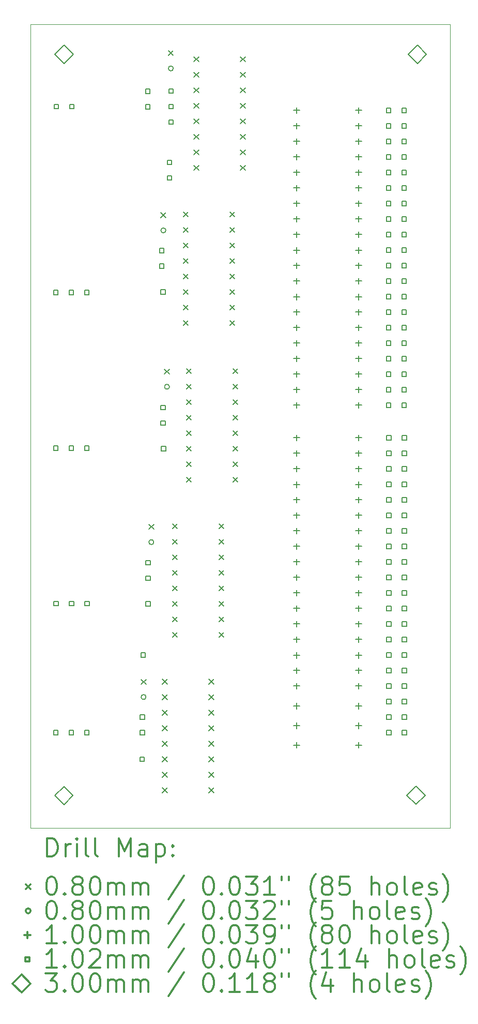
<source format=gbr>
%FSLAX45Y45*%
G04 Gerber Fmt 4.5, Leading zero omitted, Abs format (unit mm)*
G04 Created by KiCad (PCBNEW 0.201511171411+6319~30~ubuntu15.04.1-product) date Wed 18 Nov 2015 02:30:12 PM CET*
%MOMM*%
G01*
G04 APERTURE LIST*
%ADD10C,0.127000*%
%ADD11C,0.025400*%
%ADD12C,0.200000*%
%ADD13C,0.300000*%
G04 APERTURE END LIST*
D10*
D11*
X17462500Y-15735300D02*
X17122140Y-15735300D01*
X17462500Y-2578100D02*
X17462500Y-15735300D01*
X17124680Y-2578100D02*
X17462500Y-2578100D01*
X10594340Y-2578100D02*
X10633710Y-2578100D01*
X10594340Y-15735300D02*
X10594340Y-2578100D01*
X17122140Y-15735300D02*
X10594340Y-15735300D01*
X10632440Y-2578100D02*
X17122140Y-2578100D01*
D12*
X12403460Y-13302620D02*
X12483460Y-13382620D01*
X12483460Y-13302620D02*
X12403460Y-13382620D01*
X12530460Y-10765160D02*
X12610460Y-10845160D01*
X12610460Y-10765160D02*
X12530460Y-10845160D01*
X12728580Y-5662300D02*
X12808580Y-5742300D01*
X12808580Y-5662300D02*
X12728580Y-5742300D01*
X12751440Y-13300080D02*
X12831440Y-13380080D01*
X12831440Y-13300080D02*
X12751440Y-13380080D01*
X12751440Y-13554080D02*
X12831440Y-13634080D01*
X12831440Y-13554080D02*
X12751440Y-13634080D01*
X12751440Y-13808080D02*
X12831440Y-13888080D01*
X12831440Y-13808080D02*
X12751440Y-13888080D01*
X12751440Y-14062080D02*
X12831440Y-14142080D01*
X12831440Y-14062080D02*
X12751440Y-14142080D01*
X12751440Y-14316080D02*
X12831440Y-14396080D01*
X12831440Y-14316080D02*
X12751440Y-14396080D01*
X12751440Y-14570080D02*
X12831440Y-14650080D01*
X12831440Y-14570080D02*
X12751440Y-14650080D01*
X12751440Y-14824080D02*
X12831440Y-14904080D01*
X12831440Y-14824080D02*
X12751440Y-14904080D01*
X12751440Y-15078080D02*
X12831440Y-15158080D01*
X12831440Y-15078080D02*
X12751440Y-15158080D01*
X12787000Y-8222620D02*
X12867000Y-8302620D01*
X12867000Y-8222620D02*
X12787000Y-8302620D01*
X12850500Y-3010540D02*
X12930500Y-3090540D01*
X12930500Y-3010540D02*
X12850500Y-3090540D01*
X12919080Y-10755000D02*
X12999080Y-10835000D01*
X12999080Y-10755000D02*
X12919080Y-10835000D01*
X12919080Y-11009000D02*
X12999080Y-11089000D01*
X12999080Y-11009000D02*
X12919080Y-11089000D01*
X12919080Y-11263000D02*
X12999080Y-11343000D01*
X12999080Y-11263000D02*
X12919080Y-11343000D01*
X12919080Y-11517000D02*
X12999080Y-11597000D01*
X12999080Y-11517000D02*
X12919080Y-11597000D01*
X12919080Y-11771000D02*
X12999080Y-11851000D01*
X12999080Y-11771000D02*
X12919080Y-11851000D01*
X12919080Y-12025000D02*
X12999080Y-12105000D01*
X12999080Y-12025000D02*
X12919080Y-12105000D01*
X12919080Y-12279000D02*
X12999080Y-12359000D01*
X12999080Y-12279000D02*
X12919080Y-12359000D01*
X12919080Y-12533000D02*
X12999080Y-12613000D01*
X12999080Y-12533000D02*
X12919080Y-12613000D01*
X13096880Y-5652140D02*
X13176880Y-5732140D01*
X13176880Y-5652140D02*
X13096880Y-5732140D01*
X13096880Y-5906140D02*
X13176880Y-5986140D01*
X13176880Y-5906140D02*
X13096880Y-5986140D01*
X13096880Y-6160140D02*
X13176880Y-6240140D01*
X13176880Y-6160140D02*
X13096880Y-6240140D01*
X13096880Y-6414140D02*
X13176880Y-6494140D01*
X13176880Y-6414140D02*
X13096880Y-6494140D01*
X13096880Y-6668140D02*
X13176880Y-6748140D01*
X13176880Y-6668140D02*
X13096880Y-6748140D01*
X13096880Y-6922140D02*
X13176880Y-7002140D01*
X13176880Y-6922140D02*
X13096880Y-7002140D01*
X13096880Y-7176140D02*
X13176880Y-7256140D01*
X13176880Y-7176140D02*
X13096880Y-7256140D01*
X13096880Y-7430140D02*
X13176880Y-7510140D01*
X13176880Y-7430140D02*
X13096880Y-7510140D01*
X13147680Y-8217540D02*
X13227680Y-8297540D01*
X13227680Y-8217540D02*
X13147680Y-8297540D01*
X13147680Y-8471540D02*
X13227680Y-8551540D01*
X13227680Y-8471540D02*
X13147680Y-8551540D01*
X13147680Y-8725540D02*
X13227680Y-8805540D01*
X13227680Y-8725540D02*
X13147680Y-8805540D01*
X13147680Y-8979540D02*
X13227680Y-9059540D01*
X13227680Y-8979540D02*
X13147680Y-9059540D01*
X13147680Y-9233540D02*
X13227680Y-9313540D01*
X13227680Y-9233540D02*
X13147680Y-9313540D01*
X13147680Y-9487540D02*
X13227680Y-9567540D01*
X13227680Y-9487540D02*
X13147680Y-9567540D01*
X13147680Y-9741540D02*
X13227680Y-9821540D01*
X13227680Y-9741540D02*
X13147680Y-9821540D01*
X13147680Y-9995540D02*
X13227680Y-10075540D01*
X13227680Y-9995540D02*
X13147680Y-10075540D01*
X13269600Y-3112140D02*
X13349600Y-3192140D01*
X13349600Y-3112140D02*
X13269600Y-3192140D01*
X13269600Y-3366140D02*
X13349600Y-3446140D01*
X13349600Y-3366140D02*
X13269600Y-3446140D01*
X13269600Y-3620140D02*
X13349600Y-3700140D01*
X13349600Y-3620140D02*
X13269600Y-3700140D01*
X13269600Y-3874140D02*
X13349600Y-3954140D01*
X13349600Y-3874140D02*
X13269600Y-3954140D01*
X13269600Y-4128140D02*
X13349600Y-4208140D01*
X13349600Y-4128140D02*
X13269600Y-4208140D01*
X13269600Y-4382140D02*
X13349600Y-4462140D01*
X13349600Y-4382140D02*
X13269600Y-4462140D01*
X13269600Y-4636140D02*
X13349600Y-4716140D01*
X13349600Y-4636140D02*
X13269600Y-4716140D01*
X13269600Y-4890140D02*
X13349600Y-4970140D01*
X13349600Y-4890140D02*
X13269600Y-4970140D01*
X13513440Y-13300080D02*
X13593440Y-13380080D01*
X13593440Y-13300080D02*
X13513440Y-13380080D01*
X13513440Y-13554080D02*
X13593440Y-13634080D01*
X13593440Y-13554080D02*
X13513440Y-13634080D01*
X13513440Y-13808080D02*
X13593440Y-13888080D01*
X13593440Y-13808080D02*
X13513440Y-13888080D01*
X13513440Y-14062080D02*
X13593440Y-14142080D01*
X13593440Y-14062080D02*
X13513440Y-14142080D01*
X13513440Y-14316080D02*
X13593440Y-14396080D01*
X13593440Y-14316080D02*
X13513440Y-14396080D01*
X13513440Y-14570080D02*
X13593440Y-14650080D01*
X13593440Y-14570080D02*
X13513440Y-14650080D01*
X13513440Y-14824080D02*
X13593440Y-14904080D01*
X13593440Y-14824080D02*
X13513440Y-14904080D01*
X13513440Y-15078080D02*
X13593440Y-15158080D01*
X13593440Y-15078080D02*
X13513440Y-15158080D01*
X13681080Y-10755000D02*
X13761080Y-10835000D01*
X13761080Y-10755000D02*
X13681080Y-10835000D01*
X13681080Y-11009000D02*
X13761080Y-11089000D01*
X13761080Y-11009000D02*
X13681080Y-11089000D01*
X13681080Y-11263000D02*
X13761080Y-11343000D01*
X13761080Y-11263000D02*
X13681080Y-11343000D01*
X13681080Y-11517000D02*
X13761080Y-11597000D01*
X13761080Y-11517000D02*
X13681080Y-11597000D01*
X13681080Y-11771000D02*
X13761080Y-11851000D01*
X13761080Y-11771000D02*
X13681080Y-11851000D01*
X13681080Y-12025000D02*
X13761080Y-12105000D01*
X13761080Y-12025000D02*
X13681080Y-12105000D01*
X13681080Y-12279000D02*
X13761080Y-12359000D01*
X13761080Y-12279000D02*
X13681080Y-12359000D01*
X13681080Y-12533000D02*
X13761080Y-12613000D01*
X13761080Y-12533000D02*
X13681080Y-12613000D01*
X13858880Y-5652140D02*
X13938880Y-5732140D01*
X13938880Y-5652140D02*
X13858880Y-5732140D01*
X13858880Y-5906140D02*
X13938880Y-5986140D01*
X13938880Y-5906140D02*
X13858880Y-5986140D01*
X13858880Y-6160140D02*
X13938880Y-6240140D01*
X13938880Y-6160140D02*
X13858880Y-6240140D01*
X13858880Y-6414140D02*
X13938880Y-6494140D01*
X13938880Y-6414140D02*
X13858880Y-6494140D01*
X13858880Y-6668140D02*
X13938880Y-6748140D01*
X13938880Y-6668140D02*
X13858880Y-6748140D01*
X13858880Y-6922140D02*
X13938880Y-7002140D01*
X13938880Y-6922140D02*
X13858880Y-7002140D01*
X13858880Y-7176140D02*
X13938880Y-7256140D01*
X13938880Y-7176140D02*
X13858880Y-7256140D01*
X13858880Y-7430140D02*
X13938880Y-7510140D01*
X13938880Y-7430140D02*
X13858880Y-7510140D01*
X13909680Y-8217540D02*
X13989680Y-8297540D01*
X13989680Y-8217540D02*
X13909680Y-8297540D01*
X13909680Y-8471540D02*
X13989680Y-8551540D01*
X13989680Y-8471540D02*
X13909680Y-8551540D01*
X13909680Y-8725540D02*
X13989680Y-8805540D01*
X13989680Y-8725540D02*
X13909680Y-8805540D01*
X13909680Y-8979540D02*
X13989680Y-9059540D01*
X13989680Y-8979540D02*
X13909680Y-9059540D01*
X13909680Y-9233540D02*
X13989680Y-9313540D01*
X13989680Y-9233540D02*
X13909680Y-9313540D01*
X13909680Y-9487540D02*
X13989680Y-9567540D01*
X13989680Y-9487540D02*
X13909680Y-9567540D01*
X13909680Y-9741540D02*
X13989680Y-9821540D01*
X13989680Y-9741540D02*
X13909680Y-9821540D01*
X13909680Y-9995540D02*
X13989680Y-10075540D01*
X13989680Y-9995540D02*
X13909680Y-10075540D01*
X14031600Y-3112140D02*
X14111600Y-3192140D01*
X14111600Y-3112140D02*
X14031600Y-3192140D01*
X14031600Y-3366140D02*
X14111600Y-3446140D01*
X14111600Y-3366140D02*
X14031600Y-3446140D01*
X14031600Y-3620140D02*
X14111600Y-3700140D01*
X14111600Y-3620140D02*
X14031600Y-3700140D01*
X14031600Y-3874140D02*
X14111600Y-3954140D01*
X14111600Y-3874140D02*
X14031600Y-3954140D01*
X14031600Y-4128140D02*
X14111600Y-4208140D01*
X14111600Y-4128140D02*
X14031600Y-4208140D01*
X14031600Y-4382140D02*
X14111600Y-4462140D01*
X14111600Y-4382140D02*
X14031600Y-4462140D01*
X14031600Y-4636140D02*
X14111600Y-4716140D01*
X14111600Y-4636140D02*
X14031600Y-4716140D01*
X14031600Y-4890140D02*
X14111600Y-4970140D01*
X14111600Y-4890140D02*
X14031600Y-4970140D01*
X12483465Y-13592620D02*
G75*
G03X12483465Y-13592620I-40005J0D01*
G01*
X12610465Y-11055160D02*
G75*
G03X12610465Y-11055160I-40005J0D01*
G01*
X12808585Y-5952300D02*
G75*
G03X12808585Y-5952300I-40005J0D01*
G01*
X12867005Y-8512620D02*
G75*
G03X12867005Y-8512620I-40005J0D01*
G01*
X12930505Y-3300540D02*
G75*
G03X12930505Y-3300540I-40005J0D01*
G01*
X14947940Y-4699762D02*
X14947940Y-4799838D01*
X14897902Y-4749800D02*
X14997978Y-4749800D01*
X14950440Y-3937762D02*
X14950440Y-4037838D01*
X14900402Y-3987800D02*
X15000478Y-3987800D01*
X14950440Y-4191762D02*
X14950440Y-4291838D01*
X14900402Y-4241800D02*
X15000478Y-4241800D01*
X14950440Y-4445762D02*
X14950440Y-4545838D01*
X14900402Y-4495800D02*
X15000478Y-4495800D01*
X14950440Y-4953762D02*
X14950440Y-5053838D01*
X14900402Y-5003800D02*
X15000478Y-5003800D01*
X14950440Y-5207762D02*
X14950440Y-5307838D01*
X14900402Y-5257800D02*
X15000478Y-5257800D01*
X14950440Y-5461762D02*
X14950440Y-5561838D01*
X14900402Y-5511800D02*
X15000478Y-5511800D01*
X14952940Y-5715762D02*
X14952940Y-5815838D01*
X14902902Y-5765800D02*
X15002978Y-5765800D01*
X14952940Y-5969762D02*
X14952940Y-6069838D01*
X14902902Y-6019800D02*
X15002978Y-6019800D01*
X14952940Y-6226262D02*
X14952940Y-6326338D01*
X14902902Y-6276300D02*
X15002978Y-6276300D01*
X14952940Y-6477762D02*
X14952940Y-6577838D01*
X14902902Y-6527800D02*
X15002978Y-6527800D01*
X14952940Y-6731762D02*
X14952940Y-6831838D01*
X14902902Y-6781800D02*
X15002978Y-6781800D01*
X14952940Y-6988262D02*
X14952940Y-7088338D01*
X14902902Y-7038300D02*
X15002978Y-7038300D01*
X14952940Y-7239762D02*
X14952940Y-7339838D01*
X14902902Y-7289800D02*
X15002978Y-7289800D01*
X14952940Y-7493762D02*
X14952940Y-7593838D01*
X14902902Y-7543800D02*
X15002978Y-7543800D01*
X14952940Y-7747762D02*
X14952940Y-7847838D01*
X14902902Y-7797800D02*
X15002978Y-7797800D01*
X14952940Y-8001762D02*
X14952940Y-8101838D01*
X14902902Y-8051800D02*
X15002978Y-8051800D01*
X14952940Y-8255762D02*
X14952940Y-8355838D01*
X14902902Y-8305800D02*
X15002978Y-8305800D01*
X14952940Y-8509762D02*
X14952940Y-8609838D01*
X14902902Y-8559800D02*
X15002978Y-8559800D01*
X14952940Y-8763762D02*
X14952940Y-8863838D01*
X14902902Y-8813800D02*
X15002978Y-8813800D01*
X14952940Y-9297162D02*
X14952940Y-9397238D01*
X14902902Y-9347200D02*
X15002978Y-9347200D01*
X14952940Y-9551162D02*
X14952940Y-9651238D01*
X14902902Y-9601200D02*
X15002978Y-9601200D01*
X14952940Y-9805162D02*
X14952940Y-9905238D01*
X14902902Y-9855200D02*
X15002978Y-9855200D01*
X14952940Y-10061662D02*
X14952940Y-10161738D01*
X14902902Y-10111700D02*
X15002978Y-10111700D01*
X14952940Y-10313162D02*
X14952940Y-10413238D01*
X14902902Y-10363200D02*
X15002978Y-10363200D01*
X14952940Y-10567162D02*
X14952940Y-10667238D01*
X14902902Y-10617200D02*
X15002978Y-10617200D01*
X14952940Y-10821162D02*
X14952940Y-10921238D01*
X14902902Y-10871200D02*
X15002978Y-10871200D01*
X14952940Y-11075162D02*
X14952940Y-11175238D01*
X14902902Y-11125200D02*
X15002978Y-11125200D01*
X14952940Y-11329162D02*
X14952940Y-11429238D01*
X14902902Y-11379200D02*
X15002978Y-11379200D01*
X14952940Y-11583162D02*
X14952940Y-11683238D01*
X14902902Y-11633200D02*
X15002978Y-11633200D01*
X14952940Y-11837162D02*
X14952940Y-11937238D01*
X14902902Y-11887200D02*
X15002978Y-11887200D01*
X14952940Y-12091162D02*
X14952940Y-12191238D01*
X14902902Y-12141200D02*
X15002978Y-12141200D01*
X14952940Y-12345162D02*
X14952940Y-12445238D01*
X14902902Y-12395200D02*
X15002978Y-12395200D01*
X14952940Y-12599162D02*
X14952940Y-12699238D01*
X14902902Y-12649200D02*
X15002978Y-12649200D01*
X14952940Y-12855662D02*
X14952940Y-12955738D01*
X14902902Y-12905700D02*
X15002978Y-12905700D01*
X14952940Y-13107162D02*
X14952940Y-13207238D01*
X14902902Y-13157200D02*
X15002978Y-13157200D01*
X14952940Y-13361162D02*
X14952940Y-13461238D01*
X14902902Y-13411200D02*
X15002978Y-13411200D01*
X14952980Y-13690092D02*
X14952980Y-13790168D01*
X14902942Y-13740130D02*
X15003018Y-13740130D01*
X14952980Y-14007592D02*
X14952980Y-14107668D01*
X14902942Y-14057630D02*
X15003018Y-14057630D01*
X14952980Y-14327632D02*
X14952980Y-14427708D01*
X14902942Y-14377670D02*
X15003018Y-14377670D01*
X15963940Y-4699762D02*
X15963940Y-4799838D01*
X15913902Y-4749800D02*
X16013978Y-4749800D01*
X15966440Y-3937762D02*
X15966440Y-4037838D01*
X15916402Y-3987800D02*
X16016478Y-3987800D01*
X15966440Y-4191762D02*
X15966440Y-4291838D01*
X15916402Y-4241800D02*
X16016478Y-4241800D01*
X15966440Y-4445762D02*
X15966440Y-4545838D01*
X15916402Y-4495800D02*
X16016478Y-4495800D01*
X15966440Y-4953762D02*
X15966440Y-5053838D01*
X15916402Y-5003800D02*
X16016478Y-5003800D01*
X15966440Y-5207762D02*
X15966440Y-5307838D01*
X15916402Y-5257800D02*
X16016478Y-5257800D01*
X15966440Y-5461762D02*
X15966440Y-5561838D01*
X15916402Y-5511800D02*
X16016478Y-5511800D01*
X15968940Y-5715762D02*
X15968940Y-5815838D01*
X15918902Y-5765800D02*
X16018978Y-5765800D01*
X15968940Y-5969762D02*
X15968940Y-6069838D01*
X15918902Y-6019800D02*
X16018978Y-6019800D01*
X15968940Y-6226262D02*
X15968940Y-6326338D01*
X15918902Y-6276300D02*
X16018978Y-6276300D01*
X15968940Y-6477762D02*
X15968940Y-6577838D01*
X15918902Y-6527800D02*
X16018978Y-6527800D01*
X15968940Y-6731762D02*
X15968940Y-6831838D01*
X15918902Y-6781800D02*
X16018978Y-6781800D01*
X15968940Y-6988262D02*
X15968940Y-7088338D01*
X15918902Y-7038300D02*
X16018978Y-7038300D01*
X15968940Y-7239762D02*
X15968940Y-7339838D01*
X15918902Y-7289800D02*
X16018978Y-7289800D01*
X15968940Y-7493762D02*
X15968940Y-7593838D01*
X15918902Y-7543800D02*
X16018978Y-7543800D01*
X15968940Y-7747762D02*
X15968940Y-7847838D01*
X15918902Y-7797800D02*
X16018978Y-7797800D01*
X15968940Y-8001762D02*
X15968940Y-8101838D01*
X15918902Y-8051800D02*
X16018978Y-8051800D01*
X15968940Y-8255762D02*
X15968940Y-8355838D01*
X15918902Y-8305800D02*
X16018978Y-8305800D01*
X15968940Y-8509762D02*
X15968940Y-8609838D01*
X15918902Y-8559800D02*
X16018978Y-8559800D01*
X15968940Y-8763762D02*
X15968940Y-8863838D01*
X15918902Y-8813800D02*
X16018978Y-8813800D01*
X15968940Y-9297162D02*
X15968940Y-9397238D01*
X15918902Y-9347200D02*
X16018978Y-9347200D01*
X15968940Y-9551162D02*
X15968940Y-9651238D01*
X15918902Y-9601200D02*
X16018978Y-9601200D01*
X15968940Y-9805162D02*
X15968940Y-9905238D01*
X15918902Y-9855200D02*
X16018978Y-9855200D01*
X15968940Y-10061662D02*
X15968940Y-10161738D01*
X15918902Y-10111700D02*
X16018978Y-10111700D01*
X15968940Y-10313162D02*
X15968940Y-10413238D01*
X15918902Y-10363200D02*
X16018978Y-10363200D01*
X15968940Y-10567162D02*
X15968940Y-10667238D01*
X15918902Y-10617200D02*
X16018978Y-10617200D01*
X15968940Y-10821162D02*
X15968940Y-10921238D01*
X15918902Y-10871200D02*
X16018978Y-10871200D01*
X15968940Y-11075162D02*
X15968940Y-11175238D01*
X15918902Y-11125200D02*
X16018978Y-11125200D01*
X15968940Y-11329162D02*
X15968940Y-11429238D01*
X15918902Y-11379200D02*
X16018978Y-11379200D01*
X15968940Y-11583162D02*
X15968940Y-11683238D01*
X15918902Y-11633200D02*
X16018978Y-11633200D01*
X15968940Y-11837162D02*
X15968940Y-11937238D01*
X15918902Y-11887200D02*
X16018978Y-11887200D01*
X15968940Y-12091162D02*
X15968940Y-12191238D01*
X15918902Y-12141200D02*
X16018978Y-12141200D01*
X15968940Y-12345162D02*
X15968940Y-12445238D01*
X15918902Y-12395200D02*
X16018978Y-12395200D01*
X15968940Y-12599162D02*
X15968940Y-12699238D01*
X15918902Y-12649200D02*
X16018978Y-12649200D01*
X15968940Y-12855662D02*
X15968940Y-12955738D01*
X15918902Y-12905700D02*
X16018978Y-12905700D01*
X15968940Y-13107162D02*
X15968940Y-13207238D01*
X15918902Y-13157200D02*
X16018978Y-13157200D01*
X15968940Y-13361162D02*
X15968940Y-13461238D01*
X15918902Y-13411200D02*
X16018978Y-13411200D01*
X15968980Y-13690092D02*
X15968980Y-13790168D01*
X15918942Y-13740130D02*
X16019018Y-13740130D01*
X15968980Y-14007592D02*
X15968980Y-14107668D01*
X15918942Y-14057630D02*
X16019018Y-14057630D01*
X15968980Y-14327632D02*
X15968980Y-14427708D01*
X15918942Y-14377670D02*
X16019018Y-14377670D01*
X11041741Y-7003141D02*
X11041741Y-6931299D01*
X10969899Y-6931299D01*
X10969899Y-7003141D01*
X11041741Y-7003141D01*
X11041741Y-9553301D02*
X11041741Y-9481459D01*
X10969899Y-9481459D01*
X10969899Y-9553301D01*
X11041741Y-9553301D01*
X11043011Y-14207851D02*
X11043011Y-14136009D01*
X10971169Y-14136009D01*
X10971169Y-14207851D01*
X11043011Y-14207851D01*
X11044281Y-12098381D02*
X11044281Y-12026539D01*
X10972439Y-12026539D01*
X10972439Y-12098381D01*
X11044281Y-12098381D01*
X11051901Y-3962761D02*
X11051901Y-3890919D01*
X10980059Y-3890919D01*
X10980059Y-3962761D01*
X11051901Y-3962761D01*
X11295741Y-7003141D02*
X11295741Y-6931299D01*
X11223899Y-6931299D01*
X11223899Y-7003141D01*
X11295741Y-7003141D01*
X11295741Y-9553301D02*
X11295741Y-9481459D01*
X11223899Y-9481459D01*
X11223899Y-9553301D01*
X11295741Y-9553301D01*
X11297011Y-14207851D02*
X11297011Y-14136009D01*
X11225169Y-14136009D01*
X11225169Y-14207851D01*
X11297011Y-14207851D01*
X11298281Y-12098381D02*
X11298281Y-12026539D01*
X11226439Y-12026539D01*
X11226439Y-12098381D01*
X11298281Y-12098381D01*
X11305901Y-3962761D02*
X11305901Y-3890919D01*
X11234059Y-3890919D01*
X11234059Y-3962761D01*
X11305901Y-3962761D01*
X11549741Y-7003141D02*
X11549741Y-6931299D01*
X11477899Y-6931299D01*
X11477899Y-7003141D01*
X11549741Y-7003141D01*
X11549741Y-9553301D02*
X11549741Y-9481459D01*
X11477899Y-9481459D01*
X11477899Y-9553301D01*
X11549741Y-9553301D01*
X11551011Y-14207851D02*
X11551011Y-14136009D01*
X11479169Y-14136009D01*
X11479169Y-14207851D01*
X11551011Y-14207851D01*
X11552281Y-12098381D02*
X11552281Y-12026539D01*
X11480439Y-12026539D01*
X11480439Y-12098381D01*
X11552281Y-12098381D01*
X12453981Y-14646001D02*
X12453981Y-14574159D01*
X12382139Y-14574159D01*
X12382139Y-14646001D01*
X12453981Y-14646001D01*
X12459061Y-13955121D02*
X12459061Y-13883279D01*
X12387219Y-13883279D01*
X12387219Y-13955121D01*
X12459061Y-13955121D01*
X12459061Y-14209121D02*
X12459061Y-14137279D01*
X12387219Y-14137279D01*
X12387219Y-14209121D01*
X12459061Y-14209121D01*
X12471761Y-12937851D02*
X12471761Y-12866009D01*
X12399919Y-12866009D01*
X12399919Y-12937851D01*
X12471761Y-12937851D01*
X12547961Y-3711301D02*
X12547961Y-3639459D01*
X12476119Y-3639459D01*
X12476119Y-3711301D01*
X12547961Y-3711301D01*
X12547961Y-3965301D02*
X12547961Y-3893459D01*
X12476119Y-3893459D01*
X12476119Y-3965301D01*
X12547961Y-3965301D01*
X12553041Y-11427821D02*
X12553041Y-11355979D01*
X12481199Y-11355979D01*
X12481199Y-11427821D01*
X12553041Y-11427821D01*
X12553041Y-11681821D02*
X12553041Y-11609979D01*
X12481199Y-11609979D01*
X12481199Y-11681821D01*
X12553041Y-11681821D01*
X12553041Y-12100921D02*
X12553041Y-12029079D01*
X12481199Y-12029079D01*
X12481199Y-12100921D01*
X12553041Y-12100921D01*
X12779101Y-6317341D02*
X12779101Y-6245499D01*
X12707259Y-6245499D01*
X12707259Y-6317341D01*
X12779101Y-6317341D01*
X12779101Y-6571341D02*
X12779101Y-6499499D01*
X12707259Y-6499499D01*
X12707259Y-6571341D01*
X12779101Y-6571341D01*
X12796881Y-6998061D02*
X12796881Y-6926219D01*
X12725039Y-6926219D01*
X12725039Y-6998061D01*
X12796881Y-6998061D01*
X12799421Y-8890361D02*
X12799421Y-8818519D01*
X12727579Y-8818519D01*
X12727579Y-8890361D01*
X12799421Y-8890361D01*
X12799421Y-9144361D02*
X12799421Y-9072519D01*
X12727579Y-9072519D01*
X12727579Y-9144361D01*
X12799421Y-9144361D01*
X12807041Y-9563461D02*
X12807041Y-9491619D01*
X12735199Y-9491619D01*
X12735199Y-9563461D01*
X12807041Y-9563461D01*
X12903561Y-4877161D02*
X12903561Y-4805319D01*
X12831719Y-4805319D01*
X12831719Y-4877161D01*
X12903561Y-4877161D01*
X12903561Y-5131161D02*
X12903561Y-5059319D01*
X12831719Y-5059319D01*
X12831719Y-5131161D01*
X12903561Y-5131161D01*
X12928961Y-3708761D02*
X12928961Y-3636919D01*
X12857119Y-3636919D01*
X12857119Y-3708761D01*
X12928961Y-3708761D01*
X12928961Y-3962761D02*
X12928961Y-3890919D01*
X12857119Y-3890919D01*
X12857119Y-3962761D01*
X12928961Y-3962761D01*
X12928961Y-4216761D02*
X12928961Y-4144919D01*
X12857119Y-4144919D01*
X12857119Y-4216761D01*
X12928961Y-4216761D01*
X16492561Y-4023721D02*
X16492561Y-3951879D01*
X16420719Y-3951879D01*
X16420719Y-4023721D01*
X16492561Y-4023721D01*
X16492561Y-4277721D02*
X16492561Y-4205879D01*
X16420719Y-4205879D01*
X16420719Y-4277721D01*
X16492561Y-4277721D01*
X16492561Y-4531721D02*
X16492561Y-4459879D01*
X16420719Y-4459879D01*
X16420719Y-4531721D01*
X16492561Y-4531721D01*
X16492561Y-4785721D02*
X16492561Y-4713879D01*
X16420719Y-4713879D01*
X16420719Y-4785721D01*
X16492561Y-4785721D01*
X16492561Y-5039721D02*
X16492561Y-4967879D01*
X16420719Y-4967879D01*
X16420719Y-5039721D01*
X16492561Y-5039721D01*
X16492561Y-5293721D02*
X16492561Y-5221879D01*
X16420719Y-5221879D01*
X16420719Y-5293721D01*
X16492561Y-5293721D01*
X16492561Y-5547721D02*
X16492561Y-5475879D01*
X16420719Y-5475879D01*
X16420719Y-5547721D01*
X16492561Y-5547721D01*
X16492561Y-5801721D02*
X16492561Y-5729879D01*
X16420719Y-5729879D01*
X16420719Y-5801721D01*
X16492561Y-5801721D01*
X16492561Y-6055721D02*
X16492561Y-5983879D01*
X16420719Y-5983879D01*
X16420719Y-6055721D01*
X16492561Y-6055721D01*
X16492561Y-6309721D02*
X16492561Y-6237879D01*
X16420719Y-6237879D01*
X16420719Y-6309721D01*
X16492561Y-6309721D01*
X16492561Y-6563721D02*
X16492561Y-6491879D01*
X16420719Y-6491879D01*
X16420719Y-6563721D01*
X16492561Y-6563721D01*
X16492561Y-6817721D02*
X16492561Y-6745879D01*
X16420719Y-6745879D01*
X16420719Y-6817721D01*
X16492561Y-6817721D01*
X16492561Y-7071721D02*
X16492561Y-6999879D01*
X16420719Y-6999879D01*
X16420719Y-7071721D01*
X16492561Y-7071721D01*
X16492561Y-7325721D02*
X16492561Y-7253879D01*
X16420719Y-7253879D01*
X16420719Y-7325721D01*
X16492561Y-7325721D01*
X16492561Y-7579721D02*
X16492561Y-7507879D01*
X16420719Y-7507879D01*
X16420719Y-7579721D01*
X16492561Y-7579721D01*
X16492561Y-7833721D02*
X16492561Y-7761879D01*
X16420719Y-7761879D01*
X16420719Y-7833721D01*
X16492561Y-7833721D01*
X16492561Y-8087721D02*
X16492561Y-8015879D01*
X16420719Y-8015879D01*
X16420719Y-8087721D01*
X16492561Y-8087721D01*
X16492561Y-8341721D02*
X16492561Y-8269879D01*
X16420719Y-8269879D01*
X16420719Y-8341721D01*
X16492561Y-8341721D01*
X16492561Y-8595721D02*
X16492561Y-8523879D01*
X16420719Y-8523879D01*
X16420719Y-8595721D01*
X16492561Y-8595721D01*
X16492561Y-8849721D02*
X16492561Y-8777879D01*
X16420719Y-8777879D01*
X16420719Y-8849721D01*
X16492561Y-8849721D01*
X16497661Y-9383121D02*
X16497661Y-9311279D01*
X16425819Y-9311279D01*
X16425819Y-9383121D01*
X16497661Y-9383121D01*
X16497661Y-9637121D02*
X16497661Y-9565279D01*
X16425819Y-9565279D01*
X16425819Y-9637121D01*
X16497661Y-9637121D01*
X16497661Y-9891121D02*
X16497661Y-9819279D01*
X16425819Y-9819279D01*
X16425819Y-9891121D01*
X16497661Y-9891121D01*
X16497661Y-10145121D02*
X16497661Y-10073279D01*
X16425819Y-10073279D01*
X16425819Y-10145121D01*
X16497661Y-10145121D01*
X16497661Y-10399121D02*
X16497661Y-10327279D01*
X16425819Y-10327279D01*
X16425819Y-10399121D01*
X16497661Y-10399121D01*
X16497661Y-10653121D02*
X16497661Y-10581279D01*
X16425819Y-10581279D01*
X16425819Y-10653121D01*
X16497661Y-10653121D01*
X16497661Y-10907121D02*
X16497661Y-10835279D01*
X16425819Y-10835279D01*
X16425819Y-10907121D01*
X16497661Y-10907121D01*
X16497661Y-11161121D02*
X16497661Y-11089279D01*
X16425819Y-11089279D01*
X16425819Y-11161121D01*
X16497661Y-11161121D01*
X16497661Y-11415121D02*
X16497661Y-11343279D01*
X16425819Y-11343279D01*
X16425819Y-11415121D01*
X16497661Y-11415121D01*
X16497661Y-11669121D02*
X16497661Y-11597279D01*
X16425819Y-11597279D01*
X16425819Y-11669121D01*
X16497661Y-11669121D01*
X16497661Y-11923121D02*
X16497661Y-11851279D01*
X16425819Y-11851279D01*
X16425819Y-11923121D01*
X16497661Y-11923121D01*
X16497661Y-12177121D02*
X16497661Y-12105279D01*
X16425819Y-12105279D01*
X16425819Y-12177121D01*
X16497661Y-12177121D01*
X16497661Y-12431121D02*
X16497661Y-12359279D01*
X16425819Y-12359279D01*
X16425819Y-12431121D01*
X16497661Y-12431121D01*
X16497661Y-12685121D02*
X16497661Y-12613279D01*
X16425819Y-12613279D01*
X16425819Y-12685121D01*
X16497661Y-12685121D01*
X16497661Y-12939121D02*
X16497661Y-12867279D01*
X16425819Y-12867279D01*
X16425819Y-12939121D01*
X16497661Y-12939121D01*
X16497661Y-13193121D02*
X16497661Y-13121279D01*
X16425819Y-13121279D01*
X16425819Y-13193121D01*
X16497661Y-13193121D01*
X16497661Y-13447121D02*
X16497661Y-13375279D01*
X16425819Y-13375279D01*
X16425819Y-13447121D01*
X16497661Y-13447121D01*
X16497661Y-13701121D02*
X16497661Y-13629279D01*
X16425819Y-13629279D01*
X16425819Y-13701121D01*
X16497661Y-13701121D01*
X16497661Y-13955121D02*
X16497661Y-13883279D01*
X16425819Y-13883279D01*
X16425819Y-13955121D01*
X16497661Y-13955121D01*
X16497661Y-14209121D02*
X16497661Y-14137279D01*
X16425819Y-14137279D01*
X16425819Y-14209121D01*
X16497661Y-14209121D01*
X16746561Y-4023721D02*
X16746561Y-3951879D01*
X16674719Y-3951879D01*
X16674719Y-4023721D01*
X16746561Y-4023721D01*
X16746561Y-4277721D02*
X16746561Y-4205879D01*
X16674719Y-4205879D01*
X16674719Y-4277721D01*
X16746561Y-4277721D01*
X16746561Y-4531721D02*
X16746561Y-4459879D01*
X16674719Y-4459879D01*
X16674719Y-4531721D01*
X16746561Y-4531721D01*
X16746561Y-4785721D02*
X16746561Y-4713879D01*
X16674719Y-4713879D01*
X16674719Y-4785721D01*
X16746561Y-4785721D01*
X16746561Y-5039721D02*
X16746561Y-4967879D01*
X16674719Y-4967879D01*
X16674719Y-5039721D01*
X16746561Y-5039721D01*
X16746561Y-5293721D02*
X16746561Y-5221879D01*
X16674719Y-5221879D01*
X16674719Y-5293721D01*
X16746561Y-5293721D01*
X16746561Y-5547721D02*
X16746561Y-5475879D01*
X16674719Y-5475879D01*
X16674719Y-5547721D01*
X16746561Y-5547721D01*
X16746561Y-5801721D02*
X16746561Y-5729879D01*
X16674719Y-5729879D01*
X16674719Y-5801721D01*
X16746561Y-5801721D01*
X16746561Y-6055721D02*
X16746561Y-5983879D01*
X16674719Y-5983879D01*
X16674719Y-6055721D01*
X16746561Y-6055721D01*
X16746561Y-6309721D02*
X16746561Y-6237879D01*
X16674719Y-6237879D01*
X16674719Y-6309721D01*
X16746561Y-6309721D01*
X16746561Y-6563721D02*
X16746561Y-6491879D01*
X16674719Y-6491879D01*
X16674719Y-6563721D01*
X16746561Y-6563721D01*
X16746561Y-6817721D02*
X16746561Y-6745879D01*
X16674719Y-6745879D01*
X16674719Y-6817721D01*
X16746561Y-6817721D01*
X16746561Y-7071721D02*
X16746561Y-6999879D01*
X16674719Y-6999879D01*
X16674719Y-7071721D01*
X16746561Y-7071721D01*
X16746561Y-7325721D02*
X16746561Y-7253879D01*
X16674719Y-7253879D01*
X16674719Y-7325721D01*
X16746561Y-7325721D01*
X16746561Y-7579721D02*
X16746561Y-7507879D01*
X16674719Y-7507879D01*
X16674719Y-7579721D01*
X16746561Y-7579721D01*
X16746561Y-7833721D02*
X16746561Y-7761879D01*
X16674719Y-7761879D01*
X16674719Y-7833721D01*
X16746561Y-7833721D01*
X16746561Y-8087721D02*
X16746561Y-8015879D01*
X16674719Y-8015879D01*
X16674719Y-8087721D01*
X16746561Y-8087721D01*
X16746561Y-8341721D02*
X16746561Y-8269879D01*
X16674719Y-8269879D01*
X16674719Y-8341721D01*
X16746561Y-8341721D01*
X16746561Y-8595721D02*
X16746561Y-8523879D01*
X16674719Y-8523879D01*
X16674719Y-8595721D01*
X16746561Y-8595721D01*
X16746561Y-8849721D02*
X16746561Y-8777879D01*
X16674719Y-8777879D01*
X16674719Y-8849721D01*
X16746561Y-8849721D01*
X16751661Y-9383121D02*
X16751661Y-9311279D01*
X16679819Y-9311279D01*
X16679819Y-9383121D01*
X16751661Y-9383121D01*
X16751661Y-9637121D02*
X16751661Y-9565279D01*
X16679819Y-9565279D01*
X16679819Y-9637121D01*
X16751661Y-9637121D01*
X16751661Y-9891121D02*
X16751661Y-9819279D01*
X16679819Y-9819279D01*
X16679819Y-9891121D01*
X16751661Y-9891121D01*
X16751661Y-10145121D02*
X16751661Y-10073279D01*
X16679819Y-10073279D01*
X16679819Y-10145121D01*
X16751661Y-10145121D01*
X16751661Y-10399121D02*
X16751661Y-10327279D01*
X16679819Y-10327279D01*
X16679819Y-10399121D01*
X16751661Y-10399121D01*
X16751661Y-10653121D02*
X16751661Y-10581279D01*
X16679819Y-10581279D01*
X16679819Y-10653121D01*
X16751661Y-10653121D01*
X16751661Y-10907121D02*
X16751661Y-10835279D01*
X16679819Y-10835279D01*
X16679819Y-10907121D01*
X16751661Y-10907121D01*
X16751661Y-11161121D02*
X16751661Y-11089279D01*
X16679819Y-11089279D01*
X16679819Y-11161121D01*
X16751661Y-11161121D01*
X16751661Y-11415121D02*
X16751661Y-11343279D01*
X16679819Y-11343279D01*
X16679819Y-11415121D01*
X16751661Y-11415121D01*
X16751661Y-11669121D02*
X16751661Y-11597279D01*
X16679819Y-11597279D01*
X16679819Y-11669121D01*
X16751661Y-11669121D01*
X16751661Y-11923121D02*
X16751661Y-11851279D01*
X16679819Y-11851279D01*
X16679819Y-11923121D01*
X16751661Y-11923121D01*
X16751661Y-12177121D02*
X16751661Y-12105279D01*
X16679819Y-12105279D01*
X16679819Y-12177121D01*
X16751661Y-12177121D01*
X16751661Y-12431121D02*
X16751661Y-12359279D01*
X16679819Y-12359279D01*
X16679819Y-12431121D01*
X16751661Y-12431121D01*
X16751661Y-12685121D02*
X16751661Y-12613279D01*
X16679819Y-12613279D01*
X16679819Y-12685121D01*
X16751661Y-12685121D01*
X16751661Y-12939121D02*
X16751661Y-12867279D01*
X16679819Y-12867279D01*
X16679819Y-12939121D01*
X16751661Y-12939121D01*
X16751661Y-13193121D02*
X16751661Y-13121279D01*
X16679819Y-13121279D01*
X16679819Y-13193121D01*
X16751661Y-13193121D01*
X16751661Y-13447121D02*
X16751661Y-13375279D01*
X16679819Y-13375279D01*
X16679819Y-13447121D01*
X16751661Y-13447121D01*
X16751661Y-13701121D02*
X16751661Y-13629279D01*
X16679819Y-13629279D01*
X16679819Y-13701121D01*
X16751661Y-13701121D01*
X16751661Y-13955121D02*
X16751661Y-13883279D01*
X16679819Y-13883279D01*
X16679819Y-13955121D01*
X16751661Y-13955121D01*
X16751661Y-14209121D02*
X16751661Y-14137279D01*
X16679819Y-14137279D01*
X16679819Y-14209121D01*
X16751661Y-14209121D01*
X11137900Y-15354440D02*
X11287900Y-15204440D01*
X11137900Y-15054440D01*
X10987900Y-15204440D01*
X11137900Y-15354440D01*
X11142980Y-3218320D02*
X11292980Y-3068320D01*
X11142980Y-2918320D01*
X10992980Y-3068320D01*
X11142980Y-3218320D01*
X16908780Y-15349360D02*
X17058780Y-15199360D01*
X16908780Y-15049360D01*
X16758780Y-15199360D01*
X16908780Y-15349360D01*
X16929100Y-3218320D02*
X17079100Y-3068320D01*
X16929100Y-2918320D01*
X16779100Y-3068320D01*
X16929100Y-3218320D01*
D13*
X10864499Y-16202284D02*
X10864499Y-15902284D01*
X10935927Y-15902284D01*
X10978784Y-15916570D01*
X11007356Y-15945141D01*
X11021641Y-15973713D01*
X11035927Y-16030856D01*
X11035927Y-16073713D01*
X11021641Y-16130856D01*
X11007356Y-16159427D01*
X10978784Y-16187999D01*
X10935927Y-16202284D01*
X10864499Y-16202284D01*
X11164499Y-16202284D02*
X11164499Y-16002284D01*
X11164499Y-16059427D02*
X11178784Y-16030856D01*
X11193070Y-16016570D01*
X11221641Y-16002284D01*
X11250213Y-16002284D01*
X11350213Y-16202284D02*
X11350213Y-16002284D01*
X11350213Y-15902284D02*
X11335927Y-15916570D01*
X11350213Y-15930856D01*
X11364498Y-15916570D01*
X11350213Y-15902284D01*
X11350213Y-15930856D01*
X11535927Y-16202284D02*
X11507356Y-16187999D01*
X11493070Y-16159427D01*
X11493070Y-15902284D01*
X11693070Y-16202284D02*
X11664498Y-16187999D01*
X11650213Y-16159427D01*
X11650213Y-15902284D01*
X12035927Y-16202284D02*
X12035927Y-15902284D01*
X12135927Y-16116570D01*
X12235927Y-15902284D01*
X12235927Y-16202284D01*
X12507356Y-16202284D02*
X12507356Y-16045141D01*
X12493070Y-16016570D01*
X12464498Y-16002284D01*
X12407356Y-16002284D01*
X12378784Y-16016570D01*
X12507356Y-16187999D02*
X12478784Y-16202284D01*
X12407356Y-16202284D01*
X12378784Y-16187999D01*
X12364498Y-16159427D01*
X12364498Y-16130856D01*
X12378784Y-16102284D01*
X12407356Y-16087999D01*
X12478784Y-16087999D01*
X12507356Y-16073713D01*
X12650213Y-16002284D02*
X12650213Y-16302284D01*
X12650213Y-16016570D02*
X12678784Y-16002284D01*
X12735927Y-16002284D01*
X12764498Y-16016570D01*
X12778784Y-16030856D01*
X12793070Y-16059427D01*
X12793070Y-16145141D01*
X12778784Y-16173713D01*
X12764498Y-16187999D01*
X12735927Y-16202284D01*
X12678784Y-16202284D01*
X12650213Y-16187999D01*
X12921641Y-16173713D02*
X12935927Y-16187999D01*
X12921641Y-16202284D01*
X12907356Y-16187999D01*
X12921641Y-16173713D01*
X12921641Y-16202284D01*
X12921641Y-16016570D02*
X12935927Y-16030856D01*
X12921641Y-16045141D01*
X12907356Y-16030856D01*
X12921641Y-16016570D01*
X12921641Y-16045141D01*
X10513070Y-16656570D02*
X10593070Y-16736570D01*
X10593070Y-16656570D02*
X10513070Y-16736570D01*
X10921641Y-16532284D02*
X10950213Y-16532284D01*
X10978784Y-16546570D01*
X10993070Y-16560856D01*
X11007356Y-16589427D01*
X11021641Y-16646570D01*
X11021641Y-16717999D01*
X11007356Y-16775141D01*
X10993070Y-16803713D01*
X10978784Y-16817999D01*
X10950213Y-16832284D01*
X10921641Y-16832284D01*
X10893070Y-16817999D01*
X10878784Y-16803713D01*
X10864499Y-16775141D01*
X10850213Y-16717999D01*
X10850213Y-16646570D01*
X10864499Y-16589427D01*
X10878784Y-16560856D01*
X10893070Y-16546570D01*
X10921641Y-16532284D01*
X11150213Y-16803713D02*
X11164499Y-16817999D01*
X11150213Y-16832284D01*
X11135927Y-16817999D01*
X11150213Y-16803713D01*
X11150213Y-16832284D01*
X11335927Y-16660856D02*
X11307356Y-16646570D01*
X11293070Y-16632284D01*
X11278784Y-16603713D01*
X11278784Y-16589427D01*
X11293070Y-16560856D01*
X11307356Y-16546570D01*
X11335927Y-16532284D01*
X11393070Y-16532284D01*
X11421641Y-16546570D01*
X11435927Y-16560856D01*
X11450213Y-16589427D01*
X11450213Y-16603713D01*
X11435927Y-16632284D01*
X11421641Y-16646570D01*
X11393070Y-16660856D01*
X11335927Y-16660856D01*
X11307356Y-16675141D01*
X11293070Y-16689427D01*
X11278784Y-16717999D01*
X11278784Y-16775141D01*
X11293070Y-16803713D01*
X11307356Y-16817999D01*
X11335927Y-16832284D01*
X11393070Y-16832284D01*
X11421641Y-16817999D01*
X11435927Y-16803713D01*
X11450213Y-16775141D01*
X11450213Y-16717999D01*
X11435927Y-16689427D01*
X11421641Y-16675141D01*
X11393070Y-16660856D01*
X11635927Y-16532284D02*
X11664498Y-16532284D01*
X11693070Y-16546570D01*
X11707356Y-16560856D01*
X11721641Y-16589427D01*
X11735927Y-16646570D01*
X11735927Y-16717999D01*
X11721641Y-16775141D01*
X11707356Y-16803713D01*
X11693070Y-16817999D01*
X11664498Y-16832284D01*
X11635927Y-16832284D01*
X11607356Y-16817999D01*
X11593070Y-16803713D01*
X11578784Y-16775141D01*
X11564498Y-16717999D01*
X11564498Y-16646570D01*
X11578784Y-16589427D01*
X11593070Y-16560856D01*
X11607356Y-16546570D01*
X11635927Y-16532284D01*
X11864498Y-16832284D02*
X11864498Y-16632284D01*
X11864498Y-16660856D02*
X11878784Y-16646570D01*
X11907356Y-16632284D01*
X11950213Y-16632284D01*
X11978784Y-16646570D01*
X11993070Y-16675141D01*
X11993070Y-16832284D01*
X11993070Y-16675141D02*
X12007356Y-16646570D01*
X12035927Y-16632284D01*
X12078784Y-16632284D01*
X12107356Y-16646570D01*
X12121641Y-16675141D01*
X12121641Y-16832284D01*
X12264498Y-16832284D02*
X12264498Y-16632284D01*
X12264498Y-16660856D02*
X12278784Y-16646570D01*
X12307356Y-16632284D01*
X12350213Y-16632284D01*
X12378784Y-16646570D01*
X12393070Y-16675141D01*
X12393070Y-16832284D01*
X12393070Y-16675141D02*
X12407356Y-16646570D01*
X12435927Y-16632284D01*
X12478784Y-16632284D01*
X12507356Y-16646570D01*
X12521641Y-16675141D01*
X12521641Y-16832284D01*
X13107356Y-16517999D02*
X12850213Y-16903713D01*
X13493070Y-16532284D02*
X13521641Y-16532284D01*
X13550213Y-16546570D01*
X13564498Y-16560856D01*
X13578784Y-16589427D01*
X13593070Y-16646570D01*
X13593070Y-16717999D01*
X13578784Y-16775141D01*
X13564498Y-16803713D01*
X13550213Y-16817999D01*
X13521641Y-16832284D01*
X13493070Y-16832284D01*
X13464498Y-16817999D01*
X13450213Y-16803713D01*
X13435927Y-16775141D01*
X13421641Y-16717999D01*
X13421641Y-16646570D01*
X13435927Y-16589427D01*
X13450213Y-16560856D01*
X13464498Y-16546570D01*
X13493070Y-16532284D01*
X13721641Y-16803713D02*
X13735927Y-16817999D01*
X13721641Y-16832284D01*
X13707356Y-16817999D01*
X13721641Y-16803713D01*
X13721641Y-16832284D01*
X13921641Y-16532284D02*
X13950213Y-16532284D01*
X13978784Y-16546570D01*
X13993070Y-16560856D01*
X14007355Y-16589427D01*
X14021641Y-16646570D01*
X14021641Y-16717999D01*
X14007355Y-16775141D01*
X13993070Y-16803713D01*
X13978784Y-16817999D01*
X13950213Y-16832284D01*
X13921641Y-16832284D01*
X13893070Y-16817999D01*
X13878784Y-16803713D01*
X13864498Y-16775141D01*
X13850213Y-16717999D01*
X13850213Y-16646570D01*
X13864498Y-16589427D01*
X13878784Y-16560856D01*
X13893070Y-16546570D01*
X13921641Y-16532284D01*
X14121641Y-16532284D02*
X14307355Y-16532284D01*
X14207355Y-16646570D01*
X14250213Y-16646570D01*
X14278784Y-16660856D01*
X14293070Y-16675141D01*
X14307355Y-16703713D01*
X14307355Y-16775141D01*
X14293070Y-16803713D01*
X14278784Y-16817999D01*
X14250213Y-16832284D01*
X14164498Y-16832284D01*
X14135927Y-16817999D01*
X14121641Y-16803713D01*
X14593070Y-16832284D02*
X14421641Y-16832284D01*
X14507355Y-16832284D02*
X14507355Y-16532284D01*
X14478784Y-16575141D01*
X14450213Y-16603713D01*
X14421641Y-16617999D01*
X14707356Y-16532284D02*
X14707356Y-16589427D01*
X14821641Y-16532284D02*
X14821641Y-16589427D01*
X15264498Y-16946570D02*
X15250213Y-16932284D01*
X15221641Y-16889427D01*
X15207355Y-16860856D01*
X15193070Y-16817999D01*
X15178784Y-16746570D01*
X15178784Y-16689427D01*
X15193070Y-16617999D01*
X15207355Y-16575141D01*
X15221641Y-16546570D01*
X15250213Y-16503713D01*
X15264498Y-16489427D01*
X15421641Y-16660856D02*
X15393070Y-16646570D01*
X15378784Y-16632284D01*
X15364498Y-16603713D01*
X15364498Y-16589427D01*
X15378784Y-16560856D01*
X15393070Y-16546570D01*
X15421641Y-16532284D01*
X15478784Y-16532284D01*
X15507355Y-16546570D01*
X15521641Y-16560856D01*
X15535927Y-16589427D01*
X15535927Y-16603713D01*
X15521641Y-16632284D01*
X15507355Y-16646570D01*
X15478784Y-16660856D01*
X15421641Y-16660856D01*
X15393070Y-16675141D01*
X15378784Y-16689427D01*
X15364498Y-16717999D01*
X15364498Y-16775141D01*
X15378784Y-16803713D01*
X15393070Y-16817999D01*
X15421641Y-16832284D01*
X15478784Y-16832284D01*
X15507355Y-16817999D01*
X15521641Y-16803713D01*
X15535927Y-16775141D01*
X15535927Y-16717999D01*
X15521641Y-16689427D01*
X15507355Y-16675141D01*
X15478784Y-16660856D01*
X15807355Y-16532284D02*
X15664498Y-16532284D01*
X15650213Y-16675141D01*
X15664498Y-16660856D01*
X15693070Y-16646570D01*
X15764498Y-16646570D01*
X15793070Y-16660856D01*
X15807355Y-16675141D01*
X15821641Y-16703713D01*
X15821641Y-16775141D01*
X15807355Y-16803713D01*
X15793070Y-16817999D01*
X15764498Y-16832284D01*
X15693070Y-16832284D01*
X15664498Y-16817999D01*
X15650213Y-16803713D01*
X16178784Y-16832284D02*
X16178784Y-16532284D01*
X16307355Y-16832284D02*
X16307355Y-16675141D01*
X16293070Y-16646570D01*
X16264498Y-16632284D01*
X16221641Y-16632284D01*
X16193070Y-16646570D01*
X16178784Y-16660856D01*
X16493070Y-16832284D02*
X16464498Y-16817999D01*
X16450213Y-16803713D01*
X16435927Y-16775141D01*
X16435927Y-16689427D01*
X16450213Y-16660856D01*
X16464498Y-16646570D01*
X16493070Y-16632284D01*
X16535927Y-16632284D01*
X16564498Y-16646570D01*
X16578784Y-16660856D01*
X16593070Y-16689427D01*
X16593070Y-16775141D01*
X16578784Y-16803713D01*
X16564498Y-16817999D01*
X16535927Y-16832284D01*
X16493070Y-16832284D01*
X16764498Y-16832284D02*
X16735927Y-16817999D01*
X16721641Y-16789427D01*
X16721641Y-16532284D01*
X16993070Y-16817999D02*
X16964499Y-16832284D01*
X16907356Y-16832284D01*
X16878784Y-16817999D01*
X16864499Y-16789427D01*
X16864499Y-16675141D01*
X16878784Y-16646570D01*
X16907356Y-16632284D01*
X16964499Y-16632284D01*
X16993070Y-16646570D01*
X17007356Y-16675141D01*
X17007356Y-16703713D01*
X16864499Y-16732284D01*
X17121641Y-16817999D02*
X17150213Y-16832284D01*
X17207356Y-16832284D01*
X17235927Y-16817999D01*
X17250213Y-16789427D01*
X17250213Y-16775141D01*
X17235927Y-16746570D01*
X17207356Y-16732284D01*
X17164499Y-16732284D01*
X17135927Y-16717999D01*
X17121641Y-16689427D01*
X17121641Y-16675141D01*
X17135927Y-16646570D01*
X17164499Y-16632284D01*
X17207356Y-16632284D01*
X17235927Y-16646570D01*
X17350213Y-16946570D02*
X17364499Y-16932284D01*
X17393070Y-16889427D01*
X17407356Y-16860856D01*
X17421641Y-16817999D01*
X17435927Y-16746570D01*
X17435927Y-16689427D01*
X17421641Y-16617999D01*
X17407356Y-16575141D01*
X17393070Y-16546570D01*
X17364499Y-16503713D01*
X17350213Y-16489427D01*
X10593070Y-17092570D02*
G75*
G03X10593070Y-17092570I-40005J0D01*
G01*
X10921641Y-16928284D02*
X10950213Y-16928284D01*
X10978784Y-16942570D01*
X10993070Y-16956856D01*
X11007356Y-16985427D01*
X11021641Y-17042570D01*
X11021641Y-17113999D01*
X11007356Y-17171142D01*
X10993070Y-17199713D01*
X10978784Y-17213999D01*
X10950213Y-17228284D01*
X10921641Y-17228284D01*
X10893070Y-17213999D01*
X10878784Y-17199713D01*
X10864499Y-17171142D01*
X10850213Y-17113999D01*
X10850213Y-17042570D01*
X10864499Y-16985427D01*
X10878784Y-16956856D01*
X10893070Y-16942570D01*
X10921641Y-16928284D01*
X11150213Y-17199713D02*
X11164499Y-17213999D01*
X11150213Y-17228284D01*
X11135927Y-17213999D01*
X11150213Y-17199713D01*
X11150213Y-17228284D01*
X11335927Y-17056856D02*
X11307356Y-17042570D01*
X11293070Y-17028284D01*
X11278784Y-16999713D01*
X11278784Y-16985427D01*
X11293070Y-16956856D01*
X11307356Y-16942570D01*
X11335927Y-16928284D01*
X11393070Y-16928284D01*
X11421641Y-16942570D01*
X11435927Y-16956856D01*
X11450213Y-16985427D01*
X11450213Y-16999713D01*
X11435927Y-17028284D01*
X11421641Y-17042570D01*
X11393070Y-17056856D01*
X11335927Y-17056856D01*
X11307356Y-17071142D01*
X11293070Y-17085427D01*
X11278784Y-17113999D01*
X11278784Y-17171142D01*
X11293070Y-17199713D01*
X11307356Y-17213999D01*
X11335927Y-17228284D01*
X11393070Y-17228284D01*
X11421641Y-17213999D01*
X11435927Y-17199713D01*
X11450213Y-17171142D01*
X11450213Y-17113999D01*
X11435927Y-17085427D01*
X11421641Y-17071142D01*
X11393070Y-17056856D01*
X11635927Y-16928284D02*
X11664498Y-16928284D01*
X11693070Y-16942570D01*
X11707356Y-16956856D01*
X11721641Y-16985427D01*
X11735927Y-17042570D01*
X11735927Y-17113999D01*
X11721641Y-17171142D01*
X11707356Y-17199713D01*
X11693070Y-17213999D01*
X11664498Y-17228284D01*
X11635927Y-17228284D01*
X11607356Y-17213999D01*
X11593070Y-17199713D01*
X11578784Y-17171142D01*
X11564498Y-17113999D01*
X11564498Y-17042570D01*
X11578784Y-16985427D01*
X11593070Y-16956856D01*
X11607356Y-16942570D01*
X11635927Y-16928284D01*
X11864498Y-17228284D02*
X11864498Y-17028284D01*
X11864498Y-17056856D02*
X11878784Y-17042570D01*
X11907356Y-17028284D01*
X11950213Y-17028284D01*
X11978784Y-17042570D01*
X11993070Y-17071142D01*
X11993070Y-17228284D01*
X11993070Y-17071142D02*
X12007356Y-17042570D01*
X12035927Y-17028284D01*
X12078784Y-17028284D01*
X12107356Y-17042570D01*
X12121641Y-17071142D01*
X12121641Y-17228284D01*
X12264498Y-17228284D02*
X12264498Y-17028284D01*
X12264498Y-17056856D02*
X12278784Y-17042570D01*
X12307356Y-17028284D01*
X12350213Y-17028284D01*
X12378784Y-17042570D01*
X12393070Y-17071142D01*
X12393070Y-17228284D01*
X12393070Y-17071142D02*
X12407356Y-17042570D01*
X12435927Y-17028284D01*
X12478784Y-17028284D01*
X12507356Y-17042570D01*
X12521641Y-17071142D01*
X12521641Y-17228284D01*
X13107356Y-16913999D02*
X12850213Y-17299713D01*
X13493070Y-16928284D02*
X13521641Y-16928284D01*
X13550213Y-16942570D01*
X13564498Y-16956856D01*
X13578784Y-16985427D01*
X13593070Y-17042570D01*
X13593070Y-17113999D01*
X13578784Y-17171142D01*
X13564498Y-17199713D01*
X13550213Y-17213999D01*
X13521641Y-17228284D01*
X13493070Y-17228284D01*
X13464498Y-17213999D01*
X13450213Y-17199713D01*
X13435927Y-17171142D01*
X13421641Y-17113999D01*
X13421641Y-17042570D01*
X13435927Y-16985427D01*
X13450213Y-16956856D01*
X13464498Y-16942570D01*
X13493070Y-16928284D01*
X13721641Y-17199713D02*
X13735927Y-17213999D01*
X13721641Y-17228284D01*
X13707356Y-17213999D01*
X13721641Y-17199713D01*
X13721641Y-17228284D01*
X13921641Y-16928284D02*
X13950213Y-16928284D01*
X13978784Y-16942570D01*
X13993070Y-16956856D01*
X14007355Y-16985427D01*
X14021641Y-17042570D01*
X14021641Y-17113999D01*
X14007355Y-17171142D01*
X13993070Y-17199713D01*
X13978784Y-17213999D01*
X13950213Y-17228284D01*
X13921641Y-17228284D01*
X13893070Y-17213999D01*
X13878784Y-17199713D01*
X13864498Y-17171142D01*
X13850213Y-17113999D01*
X13850213Y-17042570D01*
X13864498Y-16985427D01*
X13878784Y-16956856D01*
X13893070Y-16942570D01*
X13921641Y-16928284D01*
X14121641Y-16928284D02*
X14307355Y-16928284D01*
X14207355Y-17042570D01*
X14250213Y-17042570D01*
X14278784Y-17056856D01*
X14293070Y-17071142D01*
X14307355Y-17099713D01*
X14307355Y-17171142D01*
X14293070Y-17199713D01*
X14278784Y-17213999D01*
X14250213Y-17228284D01*
X14164498Y-17228284D01*
X14135927Y-17213999D01*
X14121641Y-17199713D01*
X14421641Y-16956856D02*
X14435927Y-16942570D01*
X14464498Y-16928284D01*
X14535927Y-16928284D01*
X14564498Y-16942570D01*
X14578784Y-16956856D01*
X14593070Y-16985427D01*
X14593070Y-17013999D01*
X14578784Y-17056856D01*
X14407355Y-17228284D01*
X14593070Y-17228284D01*
X14707356Y-16928284D02*
X14707356Y-16985427D01*
X14821641Y-16928284D02*
X14821641Y-16985427D01*
X15264498Y-17342570D02*
X15250213Y-17328284D01*
X15221641Y-17285427D01*
X15207355Y-17256856D01*
X15193070Y-17213999D01*
X15178784Y-17142570D01*
X15178784Y-17085427D01*
X15193070Y-17013999D01*
X15207355Y-16971142D01*
X15221641Y-16942570D01*
X15250213Y-16899713D01*
X15264498Y-16885427D01*
X15521641Y-16928284D02*
X15378784Y-16928284D01*
X15364498Y-17071142D01*
X15378784Y-17056856D01*
X15407355Y-17042570D01*
X15478784Y-17042570D01*
X15507355Y-17056856D01*
X15521641Y-17071142D01*
X15535927Y-17099713D01*
X15535927Y-17171142D01*
X15521641Y-17199713D01*
X15507355Y-17213999D01*
X15478784Y-17228284D01*
X15407355Y-17228284D01*
X15378784Y-17213999D01*
X15364498Y-17199713D01*
X15893070Y-17228284D02*
X15893070Y-16928284D01*
X16021641Y-17228284D02*
X16021641Y-17071142D01*
X16007355Y-17042570D01*
X15978784Y-17028284D01*
X15935927Y-17028284D01*
X15907355Y-17042570D01*
X15893070Y-17056856D01*
X16207355Y-17228284D02*
X16178784Y-17213999D01*
X16164498Y-17199713D01*
X16150213Y-17171142D01*
X16150213Y-17085427D01*
X16164498Y-17056856D01*
X16178784Y-17042570D01*
X16207355Y-17028284D01*
X16250213Y-17028284D01*
X16278784Y-17042570D01*
X16293070Y-17056856D01*
X16307355Y-17085427D01*
X16307355Y-17171142D01*
X16293070Y-17199713D01*
X16278784Y-17213999D01*
X16250213Y-17228284D01*
X16207355Y-17228284D01*
X16478784Y-17228284D02*
X16450213Y-17213999D01*
X16435927Y-17185427D01*
X16435927Y-16928284D01*
X16707356Y-17213999D02*
X16678784Y-17228284D01*
X16621641Y-17228284D01*
X16593070Y-17213999D01*
X16578784Y-17185427D01*
X16578784Y-17071142D01*
X16593070Y-17042570D01*
X16621641Y-17028284D01*
X16678784Y-17028284D01*
X16707356Y-17042570D01*
X16721641Y-17071142D01*
X16721641Y-17099713D01*
X16578784Y-17128284D01*
X16835927Y-17213999D02*
X16864499Y-17228284D01*
X16921641Y-17228284D01*
X16950213Y-17213999D01*
X16964499Y-17185427D01*
X16964499Y-17171142D01*
X16950213Y-17142570D01*
X16921641Y-17128284D01*
X16878784Y-17128284D01*
X16850213Y-17113999D01*
X16835927Y-17085427D01*
X16835927Y-17071142D01*
X16850213Y-17042570D01*
X16878784Y-17028284D01*
X16921641Y-17028284D01*
X16950213Y-17042570D01*
X17064498Y-17342570D02*
X17078784Y-17328284D01*
X17107356Y-17285427D01*
X17121641Y-17256856D01*
X17135927Y-17213999D01*
X17150213Y-17142570D01*
X17150213Y-17085427D01*
X17135927Y-17013999D01*
X17121641Y-16971142D01*
X17107356Y-16942570D01*
X17078784Y-16899713D01*
X17064498Y-16885427D01*
X10543032Y-17438532D02*
X10543032Y-17538608D01*
X10492994Y-17488570D02*
X10593070Y-17488570D01*
X11021641Y-17624284D02*
X10850213Y-17624284D01*
X10935927Y-17624284D02*
X10935927Y-17324284D01*
X10907356Y-17367142D01*
X10878784Y-17395713D01*
X10850213Y-17409999D01*
X11150213Y-17595713D02*
X11164499Y-17609999D01*
X11150213Y-17624284D01*
X11135927Y-17609999D01*
X11150213Y-17595713D01*
X11150213Y-17624284D01*
X11350213Y-17324284D02*
X11378784Y-17324284D01*
X11407356Y-17338570D01*
X11421641Y-17352856D01*
X11435927Y-17381427D01*
X11450213Y-17438570D01*
X11450213Y-17509999D01*
X11435927Y-17567142D01*
X11421641Y-17595713D01*
X11407356Y-17609999D01*
X11378784Y-17624284D01*
X11350213Y-17624284D01*
X11321641Y-17609999D01*
X11307356Y-17595713D01*
X11293070Y-17567142D01*
X11278784Y-17509999D01*
X11278784Y-17438570D01*
X11293070Y-17381427D01*
X11307356Y-17352856D01*
X11321641Y-17338570D01*
X11350213Y-17324284D01*
X11635927Y-17324284D02*
X11664498Y-17324284D01*
X11693070Y-17338570D01*
X11707356Y-17352856D01*
X11721641Y-17381427D01*
X11735927Y-17438570D01*
X11735927Y-17509999D01*
X11721641Y-17567142D01*
X11707356Y-17595713D01*
X11693070Y-17609999D01*
X11664498Y-17624284D01*
X11635927Y-17624284D01*
X11607356Y-17609999D01*
X11593070Y-17595713D01*
X11578784Y-17567142D01*
X11564498Y-17509999D01*
X11564498Y-17438570D01*
X11578784Y-17381427D01*
X11593070Y-17352856D01*
X11607356Y-17338570D01*
X11635927Y-17324284D01*
X11864498Y-17624284D02*
X11864498Y-17424284D01*
X11864498Y-17452856D02*
X11878784Y-17438570D01*
X11907356Y-17424284D01*
X11950213Y-17424284D01*
X11978784Y-17438570D01*
X11993070Y-17467142D01*
X11993070Y-17624284D01*
X11993070Y-17467142D02*
X12007356Y-17438570D01*
X12035927Y-17424284D01*
X12078784Y-17424284D01*
X12107356Y-17438570D01*
X12121641Y-17467142D01*
X12121641Y-17624284D01*
X12264498Y-17624284D02*
X12264498Y-17424284D01*
X12264498Y-17452856D02*
X12278784Y-17438570D01*
X12307356Y-17424284D01*
X12350213Y-17424284D01*
X12378784Y-17438570D01*
X12393070Y-17467142D01*
X12393070Y-17624284D01*
X12393070Y-17467142D02*
X12407356Y-17438570D01*
X12435927Y-17424284D01*
X12478784Y-17424284D01*
X12507356Y-17438570D01*
X12521641Y-17467142D01*
X12521641Y-17624284D01*
X13107356Y-17309999D02*
X12850213Y-17695713D01*
X13493070Y-17324284D02*
X13521641Y-17324284D01*
X13550213Y-17338570D01*
X13564498Y-17352856D01*
X13578784Y-17381427D01*
X13593070Y-17438570D01*
X13593070Y-17509999D01*
X13578784Y-17567142D01*
X13564498Y-17595713D01*
X13550213Y-17609999D01*
X13521641Y-17624284D01*
X13493070Y-17624284D01*
X13464498Y-17609999D01*
X13450213Y-17595713D01*
X13435927Y-17567142D01*
X13421641Y-17509999D01*
X13421641Y-17438570D01*
X13435927Y-17381427D01*
X13450213Y-17352856D01*
X13464498Y-17338570D01*
X13493070Y-17324284D01*
X13721641Y-17595713D02*
X13735927Y-17609999D01*
X13721641Y-17624284D01*
X13707356Y-17609999D01*
X13721641Y-17595713D01*
X13721641Y-17624284D01*
X13921641Y-17324284D02*
X13950213Y-17324284D01*
X13978784Y-17338570D01*
X13993070Y-17352856D01*
X14007355Y-17381427D01*
X14021641Y-17438570D01*
X14021641Y-17509999D01*
X14007355Y-17567142D01*
X13993070Y-17595713D01*
X13978784Y-17609999D01*
X13950213Y-17624284D01*
X13921641Y-17624284D01*
X13893070Y-17609999D01*
X13878784Y-17595713D01*
X13864498Y-17567142D01*
X13850213Y-17509999D01*
X13850213Y-17438570D01*
X13864498Y-17381427D01*
X13878784Y-17352856D01*
X13893070Y-17338570D01*
X13921641Y-17324284D01*
X14121641Y-17324284D02*
X14307355Y-17324284D01*
X14207355Y-17438570D01*
X14250213Y-17438570D01*
X14278784Y-17452856D01*
X14293070Y-17467142D01*
X14307355Y-17495713D01*
X14307355Y-17567142D01*
X14293070Y-17595713D01*
X14278784Y-17609999D01*
X14250213Y-17624284D01*
X14164498Y-17624284D01*
X14135927Y-17609999D01*
X14121641Y-17595713D01*
X14450213Y-17624284D02*
X14507355Y-17624284D01*
X14535927Y-17609999D01*
X14550213Y-17595713D01*
X14578784Y-17552856D01*
X14593070Y-17495713D01*
X14593070Y-17381427D01*
X14578784Y-17352856D01*
X14564498Y-17338570D01*
X14535927Y-17324284D01*
X14478784Y-17324284D01*
X14450213Y-17338570D01*
X14435927Y-17352856D01*
X14421641Y-17381427D01*
X14421641Y-17452856D01*
X14435927Y-17481427D01*
X14450213Y-17495713D01*
X14478784Y-17509999D01*
X14535927Y-17509999D01*
X14564498Y-17495713D01*
X14578784Y-17481427D01*
X14593070Y-17452856D01*
X14707356Y-17324284D02*
X14707356Y-17381427D01*
X14821641Y-17324284D02*
X14821641Y-17381427D01*
X15264498Y-17738570D02*
X15250213Y-17724284D01*
X15221641Y-17681427D01*
X15207355Y-17652856D01*
X15193070Y-17609999D01*
X15178784Y-17538570D01*
X15178784Y-17481427D01*
X15193070Y-17409999D01*
X15207355Y-17367142D01*
X15221641Y-17338570D01*
X15250213Y-17295713D01*
X15264498Y-17281427D01*
X15421641Y-17452856D02*
X15393070Y-17438570D01*
X15378784Y-17424284D01*
X15364498Y-17395713D01*
X15364498Y-17381427D01*
X15378784Y-17352856D01*
X15393070Y-17338570D01*
X15421641Y-17324284D01*
X15478784Y-17324284D01*
X15507355Y-17338570D01*
X15521641Y-17352856D01*
X15535927Y-17381427D01*
X15535927Y-17395713D01*
X15521641Y-17424284D01*
X15507355Y-17438570D01*
X15478784Y-17452856D01*
X15421641Y-17452856D01*
X15393070Y-17467142D01*
X15378784Y-17481427D01*
X15364498Y-17509999D01*
X15364498Y-17567142D01*
X15378784Y-17595713D01*
X15393070Y-17609999D01*
X15421641Y-17624284D01*
X15478784Y-17624284D01*
X15507355Y-17609999D01*
X15521641Y-17595713D01*
X15535927Y-17567142D01*
X15535927Y-17509999D01*
X15521641Y-17481427D01*
X15507355Y-17467142D01*
X15478784Y-17452856D01*
X15721641Y-17324284D02*
X15750213Y-17324284D01*
X15778784Y-17338570D01*
X15793070Y-17352856D01*
X15807355Y-17381427D01*
X15821641Y-17438570D01*
X15821641Y-17509999D01*
X15807355Y-17567142D01*
X15793070Y-17595713D01*
X15778784Y-17609999D01*
X15750213Y-17624284D01*
X15721641Y-17624284D01*
X15693070Y-17609999D01*
X15678784Y-17595713D01*
X15664498Y-17567142D01*
X15650213Y-17509999D01*
X15650213Y-17438570D01*
X15664498Y-17381427D01*
X15678784Y-17352856D01*
X15693070Y-17338570D01*
X15721641Y-17324284D01*
X16178784Y-17624284D02*
X16178784Y-17324284D01*
X16307355Y-17624284D02*
X16307355Y-17467142D01*
X16293070Y-17438570D01*
X16264498Y-17424284D01*
X16221641Y-17424284D01*
X16193070Y-17438570D01*
X16178784Y-17452856D01*
X16493070Y-17624284D02*
X16464498Y-17609999D01*
X16450213Y-17595713D01*
X16435927Y-17567142D01*
X16435927Y-17481427D01*
X16450213Y-17452856D01*
X16464498Y-17438570D01*
X16493070Y-17424284D01*
X16535927Y-17424284D01*
X16564498Y-17438570D01*
X16578784Y-17452856D01*
X16593070Y-17481427D01*
X16593070Y-17567142D01*
X16578784Y-17595713D01*
X16564498Y-17609999D01*
X16535927Y-17624284D01*
X16493070Y-17624284D01*
X16764498Y-17624284D02*
X16735927Y-17609999D01*
X16721641Y-17581427D01*
X16721641Y-17324284D01*
X16993070Y-17609999D02*
X16964499Y-17624284D01*
X16907356Y-17624284D01*
X16878784Y-17609999D01*
X16864499Y-17581427D01*
X16864499Y-17467142D01*
X16878784Y-17438570D01*
X16907356Y-17424284D01*
X16964499Y-17424284D01*
X16993070Y-17438570D01*
X17007356Y-17467142D01*
X17007356Y-17495713D01*
X16864499Y-17524284D01*
X17121641Y-17609999D02*
X17150213Y-17624284D01*
X17207356Y-17624284D01*
X17235927Y-17609999D01*
X17250213Y-17581427D01*
X17250213Y-17567142D01*
X17235927Y-17538570D01*
X17207356Y-17524284D01*
X17164499Y-17524284D01*
X17135927Y-17509999D01*
X17121641Y-17481427D01*
X17121641Y-17467142D01*
X17135927Y-17438570D01*
X17164499Y-17424284D01*
X17207356Y-17424284D01*
X17235927Y-17438570D01*
X17350213Y-17738570D02*
X17364499Y-17724284D01*
X17393070Y-17681427D01*
X17407356Y-17652856D01*
X17421641Y-17609999D01*
X17435927Y-17538570D01*
X17435927Y-17481427D01*
X17421641Y-17409999D01*
X17407356Y-17367142D01*
X17393070Y-17338570D01*
X17364499Y-17295713D01*
X17350213Y-17281427D01*
X10578191Y-17920492D02*
X10578191Y-17848649D01*
X10506349Y-17848649D01*
X10506349Y-17920492D01*
X10578191Y-17920492D01*
X11021641Y-18020284D02*
X10850213Y-18020284D01*
X10935927Y-18020284D02*
X10935927Y-17720284D01*
X10907356Y-17763142D01*
X10878784Y-17791713D01*
X10850213Y-17805999D01*
X11150213Y-17991713D02*
X11164499Y-18005999D01*
X11150213Y-18020284D01*
X11135927Y-18005999D01*
X11150213Y-17991713D01*
X11150213Y-18020284D01*
X11350213Y-17720284D02*
X11378784Y-17720284D01*
X11407356Y-17734570D01*
X11421641Y-17748856D01*
X11435927Y-17777427D01*
X11450213Y-17834570D01*
X11450213Y-17905999D01*
X11435927Y-17963142D01*
X11421641Y-17991713D01*
X11407356Y-18005999D01*
X11378784Y-18020284D01*
X11350213Y-18020284D01*
X11321641Y-18005999D01*
X11307356Y-17991713D01*
X11293070Y-17963142D01*
X11278784Y-17905999D01*
X11278784Y-17834570D01*
X11293070Y-17777427D01*
X11307356Y-17748856D01*
X11321641Y-17734570D01*
X11350213Y-17720284D01*
X11564498Y-17748856D02*
X11578784Y-17734570D01*
X11607356Y-17720284D01*
X11678784Y-17720284D01*
X11707356Y-17734570D01*
X11721641Y-17748856D01*
X11735927Y-17777427D01*
X11735927Y-17805999D01*
X11721641Y-17848856D01*
X11550213Y-18020284D01*
X11735927Y-18020284D01*
X11864498Y-18020284D02*
X11864498Y-17820284D01*
X11864498Y-17848856D02*
X11878784Y-17834570D01*
X11907356Y-17820284D01*
X11950213Y-17820284D01*
X11978784Y-17834570D01*
X11993070Y-17863142D01*
X11993070Y-18020284D01*
X11993070Y-17863142D02*
X12007356Y-17834570D01*
X12035927Y-17820284D01*
X12078784Y-17820284D01*
X12107356Y-17834570D01*
X12121641Y-17863142D01*
X12121641Y-18020284D01*
X12264498Y-18020284D02*
X12264498Y-17820284D01*
X12264498Y-17848856D02*
X12278784Y-17834570D01*
X12307356Y-17820284D01*
X12350213Y-17820284D01*
X12378784Y-17834570D01*
X12393070Y-17863142D01*
X12393070Y-18020284D01*
X12393070Y-17863142D02*
X12407356Y-17834570D01*
X12435927Y-17820284D01*
X12478784Y-17820284D01*
X12507356Y-17834570D01*
X12521641Y-17863142D01*
X12521641Y-18020284D01*
X13107356Y-17705999D02*
X12850213Y-18091713D01*
X13493070Y-17720284D02*
X13521641Y-17720284D01*
X13550213Y-17734570D01*
X13564498Y-17748856D01*
X13578784Y-17777427D01*
X13593070Y-17834570D01*
X13593070Y-17905999D01*
X13578784Y-17963142D01*
X13564498Y-17991713D01*
X13550213Y-18005999D01*
X13521641Y-18020284D01*
X13493070Y-18020284D01*
X13464498Y-18005999D01*
X13450213Y-17991713D01*
X13435927Y-17963142D01*
X13421641Y-17905999D01*
X13421641Y-17834570D01*
X13435927Y-17777427D01*
X13450213Y-17748856D01*
X13464498Y-17734570D01*
X13493070Y-17720284D01*
X13721641Y-17991713D02*
X13735927Y-18005999D01*
X13721641Y-18020284D01*
X13707356Y-18005999D01*
X13721641Y-17991713D01*
X13721641Y-18020284D01*
X13921641Y-17720284D02*
X13950213Y-17720284D01*
X13978784Y-17734570D01*
X13993070Y-17748856D01*
X14007355Y-17777427D01*
X14021641Y-17834570D01*
X14021641Y-17905999D01*
X14007355Y-17963142D01*
X13993070Y-17991713D01*
X13978784Y-18005999D01*
X13950213Y-18020284D01*
X13921641Y-18020284D01*
X13893070Y-18005999D01*
X13878784Y-17991713D01*
X13864498Y-17963142D01*
X13850213Y-17905999D01*
X13850213Y-17834570D01*
X13864498Y-17777427D01*
X13878784Y-17748856D01*
X13893070Y-17734570D01*
X13921641Y-17720284D01*
X14278784Y-17820284D02*
X14278784Y-18020284D01*
X14207355Y-17705999D02*
X14135927Y-17920284D01*
X14321641Y-17920284D01*
X14493070Y-17720284D02*
X14521641Y-17720284D01*
X14550213Y-17734570D01*
X14564498Y-17748856D01*
X14578784Y-17777427D01*
X14593070Y-17834570D01*
X14593070Y-17905999D01*
X14578784Y-17963142D01*
X14564498Y-17991713D01*
X14550213Y-18005999D01*
X14521641Y-18020284D01*
X14493070Y-18020284D01*
X14464498Y-18005999D01*
X14450213Y-17991713D01*
X14435927Y-17963142D01*
X14421641Y-17905999D01*
X14421641Y-17834570D01*
X14435927Y-17777427D01*
X14450213Y-17748856D01*
X14464498Y-17734570D01*
X14493070Y-17720284D01*
X14707356Y-17720284D02*
X14707356Y-17777427D01*
X14821641Y-17720284D02*
X14821641Y-17777427D01*
X15264498Y-18134570D02*
X15250213Y-18120284D01*
X15221641Y-18077427D01*
X15207355Y-18048856D01*
X15193070Y-18005999D01*
X15178784Y-17934570D01*
X15178784Y-17877427D01*
X15193070Y-17805999D01*
X15207355Y-17763142D01*
X15221641Y-17734570D01*
X15250213Y-17691713D01*
X15264498Y-17677427D01*
X15535927Y-18020284D02*
X15364498Y-18020284D01*
X15450213Y-18020284D02*
X15450213Y-17720284D01*
X15421641Y-17763142D01*
X15393070Y-17791713D01*
X15364498Y-17805999D01*
X15821641Y-18020284D02*
X15650213Y-18020284D01*
X15735927Y-18020284D02*
X15735927Y-17720284D01*
X15707355Y-17763142D01*
X15678784Y-17791713D01*
X15650213Y-17805999D01*
X16078784Y-17820284D02*
X16078784Y-18020284D01*
X16007355Y-17705999D02*
X15935927Y-17920284D01*
X16121641Y-17920284D01*
X16464498Y-18020284D02*
X16464498Y-17720284D01*
X16593070Y-18020284D02*
X16593070Y-17863142D01*
X16578784Y-17834570D01*
X16550213Y-17820284D01*
X16507355Y-17820284D01*
X16478784Y-17834570D01*
X16464498Y-17848856D01*
X16778784Y-18020284D02*
X16750213Y-18005999D01*
X16735927Y-17991713D01*
X16721641Y-17963142D01*
X16721641Y-17877427D01*
X16735927Y-17848856D01*
X16750213Y-17834570D01*
X16778784Y-17820284D01*
X16821641Y-17820284D01*
X16850213Y-17834570D01*
X16864498Y-17848856D01*
X16878784Y-17877427D01*
X16878784Y-17963142D01*
X16864498Y-17991713D01*
X16850213Y-18005999D01*
X16821641Y-18020284D01*
X16778784Y-18020284D01*
X17050213Y-18020284D02*
X17021641Y-18005999D01*
X17007356Y-17977427D01*
X17007356Y-17720284D01*
X17278784Y-18005999D02*
X17250213Y-18020284D01*
X17193070Y-18020284D01*
X17164499Y-18005999D01*
X17150213Y-17977427D01*
X17150213Y-17863142D01*
X17164499Y-17834570D01*
X17193070Y-17820284D01*
X17250213Y-17820284D01*
X17278784Y-17834570D01*
X17293070Y-17863142D01*
X17293070Y-17891713D01*
X17150213Y-17920284D01*
X17407356Y-18005999D02*
X17435927Y-18020284D01*
X17493070Y-18020284D01*
X17521641Y-18005999D01*
X17535927Y-17977427D01*
X17535927Y-17963142D01*
X17521641Y-17934570D01*
X17493070Y-17920284D01*
X17450213Y-17920284D01*
X17421641Y-17905999D01*
X17407356Y-17877427D01*
X17407356Y-17863142D01*
X17421641Y-17834570D01*
X17450213Y-17820284D01*
X17493070Y-17820284D01*
X17521641Y-17834570D01*
X17635927Y-18134570D02*
X17650213Y-18120284D01*
X17678784Y-18077427D01*
X17693070Y-18048856D01*
X17707356Y-18005999D01*
X17721641Y-17934570D01*
X17721641Y-17877427D01*
X17707356Y-17805999D01*
X17693070Y-17763142D01*
X17678784Y-17734570D01*
X17650213Y-17691713D01*
X17635927Y-17677427D01*
X10443070Y-18430570D02*
X10593070Y-18280570D01*
X10443070Y-18130570D01*
X10293070Y-18280570D01*
X10443070Y-18430570D01*
X10835927Y-18116284D02*
X11021641Y-18116284D01*
X10921641Y-18230570D01*
X10964499Y-18230570D01*
X10993070Y-18244856D01*
X11007356Y-18259142D01*
X11021641Y-18287713D01*
X11021641Y-18359142D01*
X11007356Y-18387713D01*
X10993070Y-18401999D01*
X10964499Y-18416284D01*
X10878784Y-18416284D01*
X10850213Y-18401999D01*
X10835927Y-18387713D01*
X11150213Y-18387713D02*
X11164499Y-18401999D01*
X11150213Y-18416284D01*
X11135927Y-18401999D01*
X11150213Y-18387713D01*
X11150213Y-18416284D01*
X11350213Y-18116284D02*
X11378784Y-18116284D01*
X11407356Y-18130570D01*
X11421641Y-18144856D01*
X11435927Y-18173427D01*
X11450213Y-18230570D01*
X11450213Y-18301999D01*
X11435927Y-18359142D01*
X11421641Y-18387713D01*
X11407356Y-18401999D01*
X11378784Y-18416284D01*
X11350213Y-18416284D01*
X11321641Y-18401999D01*
X11307356Y-18387713D01*
X11293070Y-18359142D01*
X11278784Y-18301999D01*
X11278784Y-18230570D01*
X11293070Y-18173427D01*
X11307356Y-18144856D01*
X11321641Y-18130570D01*
X11350213Y-18116284D01*
X11635927Y-18116284D02*
X11664498Y-18116284D01*
X11693070Y-18130570D01*
X11707356Y-18144856D01*
X11721641Y-18173427D01*
X11735927Y-18230570D01*
X11735927Y-18301999D01*
X11721641Y-18359142D01*
X11707356Y-18387713D01*
X11693070Y-18401999D01*
X11664498Y-18416284D01*
X11635927Y-18416284D01*
X11607356Y-18401999D01*
X11593070Y-18387713D01*
X11578784Y-18359142D01*
X11564498Y-18301999D01*
X11564498Y-18230570D01*
X11578784Y-18173427D01*
X11593070Y-18144856D01*
X11607356Y-18130570D01*
X11635927Y-18116284D01*
X11864498Y-18416284D02*
X11864498Y-18216284D01*
X11864498Y-18244856D02*
X11878784Y-18230570D01*
X11907356Y-18216284D01*
X11950213Y-18216284D01*
X11978784Y-18230570D01*
X11993070Y-18259142D01*
X11993070Y-18416284D01*
X11993070Y-18259142D02*
X12007356Y-18230570D01*
X12035927Y-18216284D01*
X12078784Y-18216284D01*
X12107356Y-18230570D01*
X12121641Y-18259142D01*
X12121641Y-18416284D01*
X12264498Y-18416284D02*
X12264498Y-18216284D01*
X12264498Y-18244856D02*
X12278784Y-18230570D01*
X12307356Y-18216284D01*
X12350213Y-18216284D01*
X12378784Y-18230570D01*
X12393070Y-18259142D01*
X12393070Y-18416284D01*
X12393070Y-18259142D02*
X12407356Y-18230570D01*
X12435927Y-18216284D01*
X12478784Y-18216284D01*
X12507356Y-18230570D01*
X12521641Y-18259142D01*
X12521641Y-18416284D01*
X13107356Y-18101999D02*
X12850213Y-18487713D01*
X13493070Y-18116284D02*
X13521641Y-18116284D01*
X13550213Y-18130570D01*
X13564498Y-18144856D01*
X13578784Y-18173427D01*
X13593070Y-18230570D01*
X13593070Y-18301999D01*
X13578784Y-18359142D01*
X13564498Y-18387713D01*
X13550213Y-18401999D01*
X13521641Y-18416284D01*
X13493070Y-18416284D01*
X13464498Y-18401999D01*
X13450213Y-18387713D01*
X13435927Y-18359142D01*
X13421641Y-18301999D01*
X13421641Y-18230570D01*
X13435927Y-18173427D01*
X13450213Y-18144856D01*
X13464498Y-18130570D01*
X13493070Y-18116284D01*
X13721641Y-18387713D02*
X13735927Y-18401999D01*
X13721641Y-18416284D01*
X13707356Y-18401999D01*
X13721641Y-18387713D01*
X13721641Y-18416284D01*
X14021641Y-18416284D02*
X13850213Y-18416284D01*
X13935927Y-18416284D02*
X13935927Y-18116284D01*
X13907355Y-18159142D01*
X13878784Y-18187713D01*
X13850213Y-18201999D01*
X14307355Y-18416284D02*
X14135927Y-18416284D01*
X14221641Y-18416284D02*
X14221641Y-18116284D01*
X14193070Y-18159142D01*
X14164498Y-18187713D01*
X14135927Y-18201999D01*
X14478784Y-18244856D02*
X14450213Y-18230570D01*
X14435927Y-18216284D01*
X14421641Y-18187713D01*
X14421641Y-18173427D01*
X14435927Y-18144856D01*
X14450213Y-18130570D01*
X14478784Y-18116284D01*
X14535927Y-18116284D01*
X14564498Y-18130570D01*
X14578784Y-18144856D01*
X14593070Y-18173427D01*
X14593070Y-18187713D01*
X14578784Y-18216284D01*
X14564498Y-18230570D01*
X14535927Y-18244856D01*
X14478784Y-18244856D01*
X14450213Y-18259142D01*
X14435927Y-18273427D01*
X14421641Y-18301999D01*
X14421641Y-18359142D01*
X14435927Y-18387713D01*
X14450213Y-18401999D01*
X14478784Y-18416284D01*
X14535927Y-18416284D01*
X14564498Y-18401999D01*
X14578784Y-18387713D01*
X14593070Y-18359142D01*
X14593070Y-18301999D01*
X14578784Y-18273427D01*
X14564498Y-18259142D01*
X14535927Y-18244856D01*
X14707356Y-18116284D02*
X14707356Y-18173427D01*
X14821641Y-18116284D02*
X14821641Y-18173427D01*
X15264498Y-18530570D02*
X15250213Y-18516284D01*
X15221641Y-18473427D01*
X15207355Y-18444856D01*
X15193070Y-18401999D01*
X15178784Y-18330570D01*
X15178784Y-18273427D01*
X15193070Y-18201999D01*
X15207355Y-18159142D01*
X15221641Y-18130570D01*
X15250213Y-18087713D01*
X15264498Y-18073427D01*
X15507355Y-18216284D02*
X15507355Y-18416284D01*
X15435927Y-18101999D02*
X15364498Y-18316284D01*
X15550213Y-18316284D01*
X15893070Y-18416284D02*
X15893070Y-18116284D01*
X16021641Y-18416284D02*
X16021641Y-18259142D01*
X16007355Y-18230570D01*
X15978784Y-18216284D01*
X15935927Y-18216284D01*
X15907355Y-18230570D01*
X15893070Y-18244856D01*
X16207355Y-18416284D02*
X16178784Y-18401999D01*
X16164498Y-18387713D01*
X16150213Y-18359142D01*
X16150213Y-18273427D01*
X16164498Y-18244856D01*
X16178784Y-18230570D01*
X16207355Y-18216284D01*
X16250213Y-18216284D01*
X16278784Y-18230570D01*
X16293070Y-18244856D01*
X16307355Y-18273427D01*
X16307355Y-18359142D01*
X16293070Y-18387713D01*
X16278784Y-18401999D01*
X16250213Y-18416284D01*
X16207355Y-18416284D01*
X16478784Y-18416284D02*
X16450213Y-18401999D01*
X16435927Y-18373427D01*
X16435927Y-18116284D01*
X16707356Y-18401999D02*
X16678784Y-18416284D01*
X16621641Y-18416284D01*
X16593070Y-18401999D01*
X16578784Y-18373427D01*
X16578784Y-18259142D01*
X16593070Y-18230570D01*
X16621641Y-18216284D01*
X16678784Y-18216284D01*
X16707356Y-18230570D01*
X16721641Y-18259142D01*
X16721641Y-18287713D01*
X16578784Y-18316284D01*
X16835927Y-18401999D02*
X16864499Y-18416284D01*
X16921641Y-18416284D01*
X16950213Y-18401999D01*
X16964499Y-18373427D01*
X16964499Y-18359142D01*
X16950213Y-18330570D01*
X16921641Y-18316284D01*
X16878784Y-18316284D01*
X16850213Y-18301999D01*
X16835927Y-18273427D01*
X16835927Y-18259142D01*
X16850213Y-18230570D01*
X16878784Y-18216284D01*
X16921641Y-18216284D01*
X16950213Y-18230570D01*
X17064498Y-18530570D02*
X17078784Y-18516284D01*
X17107356Y-18473427D01*
X17121641Y-18444856D01*
X17135927Y-18401999D01*
X17150213Y-18330570D01*
X17150213Y-18273427D01*
X17135927Y-18201999D01*
X17121641Y-18159142D01*
X17107356Y-18130570D01*
X17078784Y-18087713D01*
X17064498Y-18073427D01*
M02*

</source>
